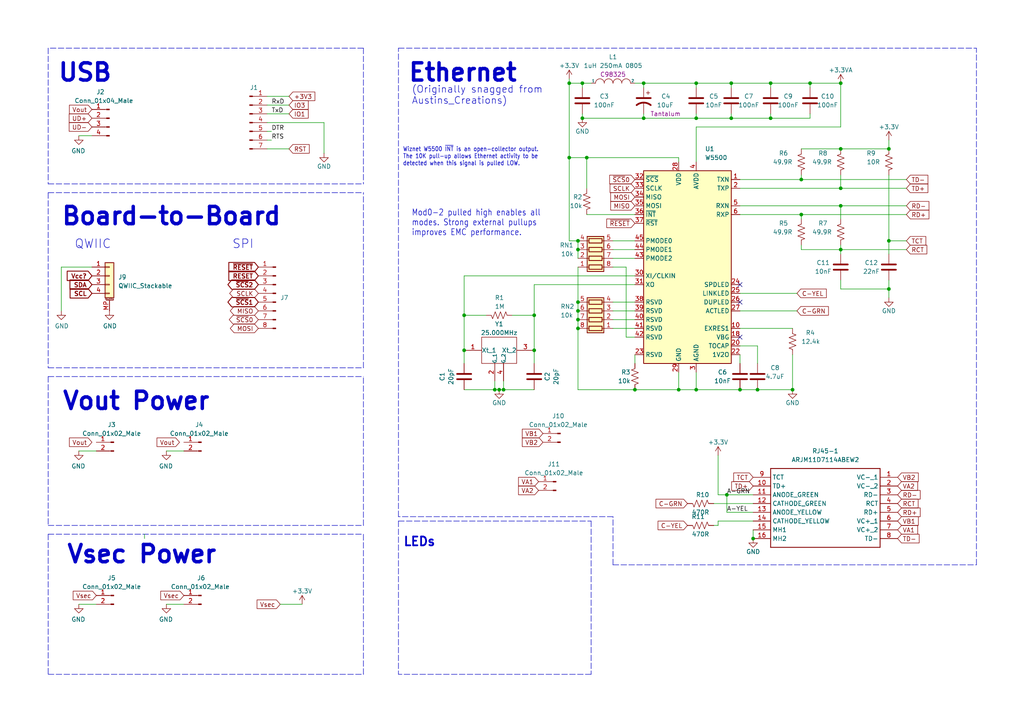
<source format=kicad_sch>
(kicad_sch (version 20211123) (generator eeschema)
  (paper "A4")
  (title_block (title "Ethernet") (rev "0.1.0") (company "The Nerd Mage") (comment 2 "With help from Austins_Creations"))
  (lib_symbols
    (symbol "0-TINKER Customs:ABM8-26.000MHz-20-D1X-T" (pin_names (offset 0.002))
      (property "Reference" "Y2" (at 0 8.255 0))
      (property "Value" "ABM8-26.000MHz-20-D1X-T" (at 0 6.35 0))
      (symbol "ABM8-26.000MHz-20-D1X-T_0_0"
        (pin passive line (at -10.16 0 0) (length 5.08) (name "Xt_1") (number "1"))
        (pin passive line (at -1.27 -8.89 90) (length 5.08) (name "G_1") (number "2"))
        (pin passive line (at 10.16 0 180) (length 5.08) (name "Xt_2") (number "3"))
        (pin passive line (at 1.27 -8.89 90) (length 5.08) (name "G_2") (number "4"))
      )
      (symbol "ABM8-26.000MHz-20-D1X-T_0_1"
        (polyline (pts (xy -5.08 3.81) (xy 5.08 3.81) (xy 5.08 -3.81) (xy -5.08 -3.81) (xy -5.08 3.81)) (stroke (width 0.1524)))
      )
    )
    (symbol "ARJM11D7-114-AB-EW2_ABR:ARJM11D7114ABEW2"
      (property "Reference" "RJ45-1" (at 0.635 16.51 0))
      (property "Value" "ARJM11D7114ABEW2" (at 0.635 13.97 0))
      (symbol "ARJM11D7114ABEW2_1_0"
        (polyline (pts (xy -16.51 11.43) (xy -16.51 -11.43)) (stroke (width 0.254)))
        (polyline (pts (xy -16.51 11.43) (xy 15.24 11.43)) (stroke (width 0.254)))
        (polyline (pts (xy 15.24 -11.43) (xy -16.51 -11.43)) (stroke (width 0.254)))
        (polyline (pts (xy 15.24 -11.43) (xy 15.24 11.43)) (stroke (width 0.254)))
        (pin bidirectional line (at -21.59 8.89 0) (length 5.08) (name "VC-_1") (number "1"))
        (pin bidirectional line (at 20.32 6.35 180) (length 5.08) (name "TD+") (number "10"))
        (pin bidirectional line (at 20.32 3.81 180) (length 5.08) (name "ANODE_GREEN") (number "11"))
        (pin bidirectional line (at 20.32 1.27 180) (length 5.08) (name "CATHODE_GREEN") (number "12"))
        (pin bidirectional line (at 20.32 -1.27 180) (length 5.08) (name "ANODE_YELLOW") (number "13"))
        (pin bidirectional line (at 20.32 -3.81 180) (length 5.08) (name "CATHODE_YELLOW") (number "14"))
        (pin bidirectional line (at 20.32 -6.35 180) (length 5.08) (name "MH1") (number "15"))
        (pin bidirectional line (at 20.32 -8.89 180) (length 5.08) (name "MH2") (number "16"))
        (pin bidirectional line (at -21.59 6.35 0) (length 5.08) (name "VC-_2") (number "2"))
        (pin bidirectional line (at -21.59 3.81 0) (length 5.08) (name "RD-") (number "3"))
        (pin bidirectional line (at -21.59 1.27 0) (length 5.08) (name "RCT") (number "4"))
        (pin bidirectional line (at -21.59 -1.27 0) (length 5.08) (name "RD+") (number "5"))
        (pin bidirectional line (at -21.59 -3.81 0) (length 5.08) (name "VC+_1") (number "6"))
        (pin bidirectional line (at -21.59 -6.35 0) (length 5.08) (name "VC+_2") (number "7"))
        (pin bidirectional line (at -21.59 -8.89 0) (length 5.08) (name "TD-") (number "8"))
        (pin bidirectional line (at 20.32 8.89 180) (length 5.08) (name "TCT") (number "9"))
      )
    )
    (symbol "Connector:Conn_01x02_Male" (pin_names (offset 1.016) hide)
      (property "Reference" "J" (at 0 2.54 0))
      (property "Value" "Conn_01x02_Male" (at 0 -5.08 0))
      (symbol "Conn_01x02_Male_1_1"
        (polyline (pts (xy 1.27 -2.54) (xy 0.8636 -2.54)) (stroke (width 0.1524)))
        (polyline (pts (xy 1.27 0) (xy 0.8636 0)) (stroke (width 0.1524)))
        (rectangle (start 0.8636 -2.413) (end 0 -2.667) (stroke (width 0.1524)) (fill (type outline)))
        (rectangle (start 0.8636 0.127) (end 0 -0.127) (stroke (width 0.1524)) (fill (type outline)))
        (pin passive line (at 5.08 0 180) (length 3.81) (name "Pin_1") (number "1"))
        (pin passive line (at 5.08 -2.54 180) (length 3.81) (name "Pin_2") (number "2"))
      )
    )
    (symbol "Connector:Conn_01x04_Male" (pin_names (offset 1.016) hide)
      (property "Reference" "J" (at 0 5.08 0))
      (property "Value" "Conn_01x04_Male" (at 0 -7.62 0))
      (symbol "Conn_01x04_Male_1_1"
        (polyline (pts (xy 1.27 -5.08) (xy 0.8636 -5.08)) (stroke (width 0.1524)))
        (polyline (pts (xy 1.27 -2.54) (xy 0.8636 -2.54)) (stroke (width 0.1524)))
        (polyline (pts (xy 1.27 0) (xy 0.8636 0)) (stroke (width 0.1524)))
        (polyline (pts (xy 1.27 2.54) (xy 0.8636 2.54)) (stroke (width 0.1524)))
        (rectangle (start 0.8636 -4.953) (end 0 -5.207) (stroke (width 0.1524)) (fill (type outline)))
        (rectangle (start 0.8636 -2.413) (end 0 -2.667) (stroke (width 0.1524)) (fill (type outline)))
        (rectangle (start 0.8636 0.127) (end 0 -0.127) (stroke (width 0.1524)) (fill (type outline)))
        (rectangle (start 0.8636 2.667) (end 0 2.413) (stroke (width 0.1524)) (fill (type outline)))
        (pin passive line (at 5.08 2.54 180) (length 3.81) (name "Pin_1") (number "1"))
        (pin passive line (at 5.08 0 180) (length 3.81) (name "Pin_2") (number "2"))
        (pin passive line (at 5.08 -2.54 180) (length 3.81) (name "Pin_3") (number "3"))
        (pin passive line (at 5.08 -5.08 180) (length 3.81) (name "Pin_4") (number "4"))
      )
    )
    (symbol "Connector:Conn_01x07_Male" (pin_names (offset 1.016) hide)
      (property "Reference" "J" (at 0 10.16 0))
      (property "Value" "Conn_01x07_Male" (at 0 -10.16 0))
      (symbol "Conn_01x07_Male_1_1"
        (polyline (pts (xy 1.27 -7.62) (xy 0.8636 -7.62)) (stroke (width 0.1524)))
        (polyline (pts (xy 1.27 -5.08) (xy 0.8636 -5.08)) (stroke (width 0.1524)))
        (polyline (pts (xy 1.27 -2.54) (xy 0.8636 -2.54)) (stroke (width 0.1524)))
        (polyline (pts (xy 1.27 0) (xy 0.8636 0)) (stroke (width 0.1524)))
        (polyline (pts (xy 1.27 2.54) (xy 0.8636 2.54)) (stroke (width 0.1524)))
        (polyline (pts (xy 1.27 5.08) (xy 0.8636 5.08)) (stroke (width 0.1524)))
        (polyline (pts (xy 1.27 7.62) (xy 0.8636 7.62)) (stroke (width 0.1524)))
        (rectangle (start 0.8636 -7.493) (end 0 -7.747) (stroke (width 0.1524)) (fill (type outline)))
        (rectangle (start 0.8636 -4.953) (end 0 -5.207) (stroke (width 0.1524)) (fill (type outline)))
        (rectangle (start 0.8636 -2.413) (end 0 -2.667) (stroke (width 0.1524)) (fill (type outline)))
        (rectangle (start 0.8636 0.127) (end 0 -0.127) (stroke (width 0.1524)) (fill (type outline)))
        (rectangle (start 0.8636 2.667) (end 0 2.413) (stroke (width 0.1524)) (fill (type outline)))
        (rectangle (start 0.8636 5.207) (end 0 4.953) (stroke (width 0.1524)) (fill (type outline)))
        (rectangle (start 0.8636 7.747) (end 0 7.493) (stroke (width 0.1524)) (fill (type outline)))
        (pin passive line (at 5.08 7.62 180) (length 3.81) (name "Pin_1") (number "1"))
        (pin passive line (at 5.08 5.08 180) (length 3.81) (name "Pin_2") (number "2"))
        (pin passive line (at 5.08 2.54 180) (length 3.81) (name "Pin_3") (number "3"))
        (pin passive line (at 5.08 0 180) (length 3.81) (name "Pin_4") (number "4"))
        (pin passive line (at 5.08 -2.54 180) (length 3.81) (name "Pin_5") (number "5"))
        (pin passive line (at 5.08 -5.08 180) (length 3.81) (name "Pin_6") (number "6"))
        (pin passive line (at 5.08 -7.62 180) (length 3.81) (name "Pin_7") (number "7"))
      )
    )
    (symbol "Connector:Conn_01x08_Male" (pin_names (offset 1.016) hide)
      (property "Reference" "J" (at 0 10.16 0))
      (property "Value" "Conn_01x08_Male" (at 0 -12.7 0))
      (symbol "Conn_01x08_Male_1_1"
        (polyline (pts (xy 1.27 -10.16) (xy 0.8636 -10.16)) (stroke (width 0.1524)))
        (polyline (pts (xy 1.27 -7.62) (xy 0.8636 -7.62)) (stroke (width 0.1524)))
        (polyline (pts (xy 1.27 -5.08) (xy 0.8636 -5.08)) (stroke (width 0.1524)))
        (polyline (pts (xy 1.27 -2.54) (xy 0.8636 -2.54)) (stroke (width 0.1524)))
        (polyline (pts (xy 1.27 0) (xy 0.8636 0)) (stroke (width 0.1524)))
        (polyline (pts (xy 1.27 2.54) (xy 0.8636 2.54)) (stroke (width 0.1524)))
        (polyline (pts (xy 1.27 5.08) (xy 0.8636 5.08)) (stroke (width 0.1524)))
        (polyline (pts (xy 1.27 7.62) (xy 0.8636 7.62)) (stroke (width 0.1524)))
        (rectangle (start 0.8636 -10.033) (end 0 -10.287) (stroke (width 0.1524)) (fill (type outline)))
        (rectangle (start 0.8636 -7.493) (end 0 -7.747) (stroke (width 0.1524)) (fill (type outline)))
        (rectangle (start 0.8636 -4.953) (end 0 -5.207) (stroke (width 0.1524)) (fill (type outline)))
        (rectangle (start 0.8636 -2.413) (end 0 -2.667) (stroke (width 0.1524)) (fill (type outline)))
        (rectangle (start 0.8636 0.127) (end 0 -0.127) (stroke (width 0.1524)) (fill (type outline)))
        (rectangle (start 0.8636 2.667) (end 0 2.413) (stroke (width 0.1524)) (fill (type outline)))
        (rectangle (start 0.8636 5.207) (end 0 4.953) (stroke (width 0.1524)) (fill (type outline)))
        (rectangle (start 0.8636 7.747) (end 0 7.493) (stroke (width 0.1524)) (fill (type outline)))
        (pin passive line (at 5.08 7.62 180) (length 3.81) (name "Pin_1") (number "1"))
        (pin passive line (at 5.08 5.08 180) (length 3.81) (name "Pin_2") (number "2"))
        (pin passive line (at 5.08 2.54 180) (length 3.81) (name "Pin_3") (number "3"))
        (pin passive line (at 5.08 0 180) (length 3.81) (name "Pin_4") (number "4"))
        (pin passive line (at 5.08 -2.54 180) (length 3.81) (name "Pin_5") (number "5"))
        (pin passive line (at 5.08 -5.08 180) (length 3.81) (name "Pin_6") (number "6"))
        (pin passive line (at 5.08 -7.62 180) (length 3.81) (name "Pin_7") (number "7"))
        (pin passive line (at 5.08 -10.16 180) (length 3.81) (name "Pin_8") (number "8"))
      )
    )
    (symbol "Connector_QWIIC_Stackable:QWIIC_Stackable" (pin_names (offset 1.016) hide)
      (property "Reference" "J" (at 0 5.08 0))
      (property "Value" "QWIIC_Stackable" (at 1.27 -7.62 0))
      (symbol "QWIIC_Stackable_1_1"
        (rectangle (start -1.27 -4.953) (end 0 -5.207) (stroke (width 0.1524)))
        (rectangle (start -1.27 -2.413) (end 0 -2.667) (stroke (width 0.1524)))
        (rectangle (start -1.27 0.127) (end 0 -0.127) (stroke (width 0.1524)))
        (rectangle (start -1.27 2.667) (end 0 2.413) (stroke (width 0.1524)))
        (rectangle (start -1.27 3.81) (end 1.27 -6.35) (stroke (width 0.254)) (fill (type background)))
        (polyline (pts (xy -1.016 -7.112) (xy 1.016 -7.112)) (stroke (width 0.1524)))
        (text "Mounting" (at 0 -6.731 0) (effects (font (size 0.381 0.381))))
        (pin passive line (at -5.08 2.54 0) (length 3.81) (name "Pin_1") (number "1"))
        (pin passive line (at -5.08 0 0) (length 3.81) (name "Pin_2") (number "2"))
        (pin passive line (at -5.08 -2.54 0) (length 3.81) (name "Pin_3") (number "3"))
        (pin passive line (at -5.08 -5.08 0) (length 3.81) (name "Pin_4") (number "4"))
        (pin passive line (at 0 -10.16 90) (length 3.048) (name "MountPin") (number "MP"))
      )
    )
    (symbol "Device:C" (pin_numbers hide) (pin_names (offset 0.254))
      (property "Reference" "C" (at 0.635 2.54 0))
      (property "Value" "C" (at 0.635 -2.54 0))
      (symbol "C_0_1"
        (polyline (pts (xy -2.032 -0.762) (xy 2.032 -0.762)) (stroke (width 0.508)))
        (polyline (pts (xy -2.032 0.762) (xy 2.032 0.762)) (stroke (width 0.508)))
      )
      (symbol "C_1_1"
        (pin passive line (at 0 3.81 270) (length 2.794) (name "~") (number "1"))
        (pin passive line (at 0 -3.81 90) (length 2.794) (name "~") (number "2"))
      )
    )
    (symbol "Device:C_Polarized_US" (pin_numbers hide) (pin_names (offset 0.254) hide)
      (property "Reference" "C" (at 0.635 2.54 0))
      (property "Value" "C_Polarized_US" (at 0.635 -2.54 0))
      (symbol "C_Polarized_US_0_1"
        (polyline (pts (xy -2.032 0.762) (xy 2.032 0.762)) (stroke (width 0.508)))
        (polyline (pts (xy -1.778 2.286) (xy -0.762 2.286)))
        (polyline (pts (xy -1.27 1.778) (xy -1.27 2.794)))
        (arc (start 2.032 -1.27) (mid 0 -0.5572) (end -2.032 -1.27) (stroke (width 0.508)))
      )
      (symbol "C_Polarized_US_1_1"
        (pin passive line (at 0 3.81 270) (length 2.794) (name "~") (number "1"))
        (pin passive line (at 0 -3.81 90) (length 3.302) (name "~") (number "2"))
      )
    )
    (symbol "Device:R_Pack04" (pin_names (offset 0) hide)
      (property "Reference" "RN" (at -7.62 0 90))
      (property "Value" "R_Pack04" (at 5.08 0 90))
      (symbol "R_Pack04_0_1"
        (rectangle (start -6.35 -2.413) (end 3.81 2.413) (stroke (width 0.254)) (fill (type background)))
        (rectangle (start -5.715 1.905) (end -4.445 -1.905) (stroke (width 0.254)))
        (rectangle (start -3.175 1.905) (end -1.905 -1.905) (stroke (width 0.254)))
        (rectangle (start -0.635 1.905) (end 0.635 -1.905) (stroke (width 0.254)))
        (polyline (pts (xy -5.08 -2.54) (xy -5.08 -1.905)))
        (polyline (pts (xy -5.08 1.905) (xy -5.08 2.54)))
        (polyline (pts (xy -2.54 -2.54) (xy -2.54 -1.905)))
        (polyline (pts (xy -2.54 1.905) (xy -2.54 2.54)))
        (polyline (pts (xy 0 -2.54) (xy 0 -1.905)))
        (polyline (pts (xy 0 1.905) (xy 0 2.54)))
        (polyline (pts (xy 2.54 -2.54) (xy 2.54 -1.905)))
        (polyline (pts (xy 2.54 1.905) (xy 2.54 2.54)))
        (rectangle (start 1.905 1.905) (end 3.175 -1.905) (stroke (width 0.254)))
      )
      (symbol "R_Pack04_1_1"
        (pin passive line (at -5.08 -5.08 90) (length 2.54) (name "R1.1") (number "1"))
        (pin passive line (at -2.54 -5.08 90) (length 2.54) (name "R2.1") (number "2"))
        (pin passive line (at 0 -5.08 90) (length 2.54) (name "R3.1") (number "3"))
        (pin passive line (at 2.54 -5.08 90) (length 2.54) (name "R4.1") (number "4"))
        (pin passive line (at 2.54 5.08 270) (length 2.54) (name "R4.2") (number "5"))
        (pin passive line (at 0 5.08 270) (length 2.54) (name "R3.2") (number "6"))
        (pin passive line (at -2.54 5.08 270) (length 2.54) (name "R2.2") (number "7"))
        (pin passive line (at -5.08 5.08 270) (length 2.54) (name "R1.2") (number "8"))
      )
    )
    (symbol "Device:R_US" (pin_numbers hide) (pin_names (offset 0))
      (property "Reference" "R" (at 2.54 0 90))
      (property "Value" "R_US" (at -2.54 0 90))
      (symbol "R_US_0_1"
        (polyline (pts (xy 0 -2.286) (xy 0 -2.54)))
        (polyline (pts (xy 0 2.286) (xy 0 2.54)))
        (polyline (pts (xy 0 -0.762) (xy 1.016 -1.143) (xy 0 -1.524) (xy -1.016 -1.905) (xy 0 -2.286)))
        (polyline (pts (xy 0 0.762) (xy 1.016 0.381) (xy 0 0) (xy -1.016 -0.381) (xy 0 -0.762)))
        (polyline (pts (xy 0 2.286) (xy 1.016 1.905) (xy 0 1.524) (xy -1.016 1.143) (xy 0 0.762)))
      )
      (symbol "R_US_1_1"
        (pin passive line (at 0 3.81 270) (length 1.27) (name "~") (number "1"))
        (pin passive line (at 0 -3.81 90) (length 1.27) (name "~") (number "2"))
      )
    )
    (symbol "Interface_Ethernet:W5500"
      (property "Reference" "U" (at -11.43 29.21 0))
      (property "Value" "W5500" (at 8.89 29.21 0))
      (symbol "W5500_0_1"
        (rectangle (start -12.7 27.94) (end 12.7 -27.94) (stroke (width 0.254)) (fill (type background)))
      )
      (symbol "W5500_1_1"
        (pin output line (at 15.24 25.4 180) (length 2.54) (name "TXN") (number "1"))
        (pin passive line (at 15.24 -17.78 180) (length 2.54) (name "EXRES1") (number "10"))
        (pin passive line (at 2.54 30.48 270) (length 2.54) hide (name "AVDD") (number "11"))
        (pin no_connect line (at 12.7 7.62 180) (length 2.54) hide (name "NC") (number "12"))
        (pin no_connect line (at 12.7 5.08 180) (length 2.54) hide (name "NC") (number "13"))
        (pin passive line (at 2.54 -30.48 90) (length 2.54) hide (name "AGND") (number "14"))
        (pin passive line (at 2.54 30.48 270) (length 2.54) hide (name "AVDD") (number "15"))
        (pin passive line (at 2.54 -30.48 90) (length 2.54) hide (name "AGND") (number "16"))
        (pin passive line (at 2.54 30.48 270) (length 2.54) hide (name "AVDD") (number "17"))
        (pin passive line (at 15.24 -20.32 180) (length 2.54) (name "VBG") (number "18"))
        (pin passive line (at 2.54 -30.48 90) (length 2.54) hide (name "AGND") (number "19"))
        (pin output line (at 15.24 22.86 180) (length 2.54) (name "TXP") (number "2"))
        (pin passive line (at 15.24 -22.86 180) (length 2.54) (name "TOCAP") (number "20"))
        (pin passive line (at 2.54 30.48 270) (length 2.54) hide (name "AVDD") (number "21"))
        (pin output line (at 15.24 -25.4 180) (length 2.54) (name "1V2O") (number "22"))
        (pin input line (at -15.24 -25.4 0) (length 2.54) (name "RSVD") (number "23"))
        (pin output line (at 15.24 -5.08 180) (length 2.54) (name "SPDLED") (number "24"))
        (pin output line (at 15.24 -7.62 180) (length 2.54) (name "LINKLED") (number "25"))
        (pin output line (at 15.24 -10.16 180) (length 2.54) (name "DUPLED") (number "26"))
        (pin output line (at 15.24 -12.7 180) (length 2.54) (name "ACTLED") (number "27"))
        (pin power_in line (at -2.54 30.48 270) (length 2.54) (name "VDD") (number "28"))
        (pin power_in line (at -2.54 -30.48 90) (length 2.54) (name "GND") (number "29"))
        (pin power_in line (at 2.54 -30.48 90) (length 2.54) (name "AGND") (number "3"))
        (pin input line (at -15.24 -2.54 0) (length 2.54) (name "XI/CLKIN") (number "30"))
        (pin output line (at -15.24 -5.08 0) (length 2.54) (name "XO") (number "31"))
        (pin input line (at -15.24 25.4 0) (length 2.54) (name "~{SCS}") (number "32"))
        (pin input line (at -15.24 22.86 0) (length 2.54) (name "SCLK") (number "33"))
        (pin output line (at -15.24 20.32 0) (length 2.54) (name "MISO") (number "34"))
        (pin input line (at -15.24 17.78 0) (length 2.54) (name "MOSI") (number "35"))
        (pin input line (at -15.24 15.24 0) (length 2.54) (name "~{INT}") (number "36"))
        (pin input line (at -15.24 12.7 0) (length 2.54) (name "~{RST}") (number "37"))
        (pin input line (at -15.24 -10.16 0) (length 2.54) (name "RSVD") (number "38"))
        (pin input line (at -15.24 -12.7 0) (length 2.54) (name "RSVD") (number "39"))
        (pin power_in line (at 2.54 30.48 270) (length 2.54) (name "AVDD") (number "4"))
        (pin input line (at -15.24 -15.24 0) (length 2.54) (name "RSVD") (number "40"))
        (pin input line (at -15.24 -17.78 0) (length 2.54) (name "RSVD") (number "41"))
        (pin input line (at -15.24 -20.32 0) (length 2.54) (name "RSVD") (number "42"))
        (pin input line (at -15.24 2.54 0) (length 2.54) (name "PMODE2") (number "43"))
        (pin input line (at -15.24 5.08 0) (length 2.54) (name "PMODE1") (number "44"))
        (pin input line (at -15.24 7.62 0) (length 2.54) (name "PMODE0") (number "45"))
        (pin no_connect line (at 12.7 2.54 180) (length 2.54) hide (name "NC") (number "46"))
        (pin no_connect line (at 12.7 0 180) (length 2.54) hide (name "NC") (number "47"))
        (pin passive line (at 2.54 -30.48 90) (length 2.54) hide (name "AGND") (number "48"))
        (pin input line (at 15.24 17.78 180) (length 2.54) (name "RXN") (number "5"))
        (pin input line (at 15.24 15.24 180) (length 2.54) (name "RXP") (number "6"))
        (pin no_connect line (at 12.7 10.16 180) (length 2.54) hide (name "DNC") (number "7"))
        (pin passive line (at 2.54 30.48 270) (length 2.54) hide (name "AVDD") (number "8"))
        (pin passive line (at 2.54 -30.48 90) (length 2.54) hide (name "AGND") (number "9"))
      )
    )
    (symbol "power:+3.3V" (power) (pin_names (offset 0))
      (property "Value" "+3.3V" (at 0 3.556 0))
      (symbol "+3.3V_0_1"
        (polyline (pts (xy -0.762 1.27) (xy 0 2.54)))
        (polyline (pts (xy 0 0) (xy 0 2.54)))
        (polyline (pts (xy 0 2.54) (xy 0.762 1.27)))
      )
      (symbol "+3.3V_1_1"
        (pin power_in line (at 0 0 90) (length 0) hide (name "+3.3V") (number "1"))
      )
    )
    (symbol "power:+3.3VA" (power) (pin_names (offset 0))
      (property "Value" "+3.3VA" (at 0 3.556 0))
      (symbol "+3.3VA_0_1"
        (polyline (pts (xy -0.762 1.27) (xy 0 2.54)))
        (polyline (pts (xy 0 0) (xy 0 2.54)))
        (polyline (pts (xy 0 2.54) (xy 0.762 1.27)))
      )
      (symbol "+3.3VA_1_1"
        (pin power_in line (at 0 0 90) (length 0) hide (name "+3.3VA") (number "1"))
      )
    )
    (symbol "power:GND" (power) (pin_names (offset 0))
      (property "Value" "GND" (at 0 -3.81 0))
      (symbol "GND_0_1"
        (polyline (pts (xy 0 0) (xy 0 -1.27) (xy 1.27 -1.27) (xy 0 -2.54) (xy -1.27 -1.27) (xy 0 -1.27)))
      )
      (symbol "GND_1_1"
        (pin power_in line (at 0 0 270) (length 0) hide (name "GND") (number "1"))
      )
    )
    (symbol "pspice:INDUCTOR" (pin_numbers hide) (pin_names (offset 0))
      (property "Reference" "L" (at 0 2.54 0))
      (property "Value" "INDUCTOR" (at 0 -1.27 0))
      (symbol "INDUCTOR_0_1"
        (arc (start -2.54 0) (mid -3.81 1.27) (end -5.08 0))
        (arc (start 0 0) (mid -1.27 1.27) (end -2.54 0))
        (arc (start 2.54 0) (mid 1.27 1.27) (end 0 0))
        (arc (start 5.08 0) (mid 3.81 1.27) (end 2.54 0))
      )
      (symbol "INDUCTOR_1_1"
        (pin input line (at -6.35 0 0) (length 1.27) (name "1") (number "1"))
        (pin input line (at 6.35 0 180) (length 1.27) (name "2") (number "2"))
      )
    )
  )
  (junction (at 212.09 24.13))
  (junction (at 134.62 101.6))
  (junction (at 168.91 34.29))
  (junction (at 219.71 113.03))
  (junction (at 257.81 43.18))
  (junction (at 232.41 52.07))
  (junction (at 257.81 69.85))
  (junction (at 165.1 24.13))
  (junction (at 243.84 24.13))
  (junction (at 243.84 43.18))
  (junction (at 201.93 113.03))
  (junction (at 229.87 113.03))
  (junction (at 167.64 90.17))
  (junction (at 170.18 45.72))
  (junction (at 234.95 24.13))
  (junction (at 243.84 72.39))
  (junction (at 165.1 45.72))
  (junction (at 167.64 69.85))
  (junction (at 243.84 54.61))
  (junction (at 201.93 34.29))
  (junction (at 201.93 24.13))
  (junction (at 154.94 101.6))
  (junction (at 184.15 113.03))
  (junction (at 186.69 34.29))
  (junction (at 186.69 24.13))
  (junction (at 167.64 92.71))
  (junction (at 232.41 62.23))
  (junction (at 218.44 156.21))
  (junction (at 143.51 113.03))
  (junction (at 167.64 87.63))
  (junction (at 167.64 72.39))
  (junction (at 144.78 113.03))
  (junction (at 154.94 91.44))
  (junction (at 212.09 34.29))
  (junction (at 223.52 24.13))
  (junction (at 167.64 95.25))
  (junction (at 210.82 143.51))
  (junction (at 214.63 113.03))
  (junction (at 243.84 59.69))
  (junction (at 223.52 34.29))
  (junction (at 134.62 91.44))
  (junction (at 168.91 24.13))
  (junction (at 257.81 83.82))
  (junction (at 196.85 113.03))
  (junction (at 146.05 113.03))
  (no_connect (at 214.63 87.63))
  (no_connect (at 214.63 97.79))
  (no_connect (at 214.63 82.55))
  (wire (pts (xy 243.84 72.39) (xy 262.89 72.39)))
  (wire (pts (xy 243.84 59.69) (xy 262.89 59.69)))
  (wire (pts (xy 257.81 83.82) (xy 257.81 86.36)))
  (wire (pts (xy 134.62 80.01) (xy 134.62 91.44)))
  (wire (pts (xy 146.05 110.49) (xy 146.05 113.03)))
  (wire (pts (xy 218.44 148.59) (xy 210.82 148.59)))
  (polyline (pts (xy 303.53 15.24) (xy 303.53 20.32)))
  (polyline (pts (xy 115.57 151.13) (xy 171.45 151.13)))
  (polyline (pts (xy 105.41 13.97) (xy 105.41 53.34)))
  (wire (pts (xy 77.47 27.94) (xy 83.82 27.94)))
  (wire (pts (xy 134.62 113.03) (xy 143.51 113.03)))
  (wire (pts (xy 243.84 43.18) (xy 257.81 43.18)))
  (wire (pts (xy 234.95 24.13) (xy 223.52 24.13)))
  (wire (pts (xy 208.28 152.4) (xy 208.28 151.13)))
  (wire (pts (xy 208.28 132.08) (xy 208.28 143.51)))
  (wire (pts (xy 184.15 80.01) (xy 134.62 80.01)))
  (polyline (pts (xy 105.41 13.97) (xy 13.97 13.97)))
  (wire (pts (xy 243.84 83.82) (xy 243.84 81.28)))
  (polyline (pts (xy 13.97 152.4) (xy 105.41 152.4)))
  (wire (pts (xy 177.8 90.17) (xy 184.15 90.17)))
  (wire (pts (xy 223.52 33.02) (xy 223.52 34.29)))
  (polyline (pts (xy 115.57 151.13) (xy 115.57 195.58)))
  (wire (pts (xy 223.52 34.29) (xy 212.09 34.29)))
  (wire (pts (xy 232.41 62.23) (xy 262.89 62.23)))
  (wire (pts (xy 134.62 101.6) (xy 134.62 105.41)))
  (wire (pts (xy 186.69 34.29) (xy 201.93 34.29)))
  (wire (pts (xy 177.8 72.39) (xy 184.15 72.39)))
  (polyline (pts (xy 13.97 55.88) (xy 105.41 55.88)))
  (polyline (pts (xy 105.41 152.4) (xy 105.41 109.22)))
  (wire (pts (xy 243.84 71.12) (xy 243.84 72.39)))
  (wire (pts (xy 186.69 24.13) (xy 201.93 24.13)))
  (wire (pts (xy 186.69 24.13) (xy 186.69 25.4)))
  (wire (pts (xy 167.64 87.63) (xy 167.64 90.17)))
  (wire (pts (xy 171.45 24.13) (xy 168.91 24.13)))
  (wire (pts (xy 77.47 33.02) (xy 83.82 33.02)))
  (wire (pts (xy 26.67 77.47) (xy 17.78 77.47)))
  (wire (pts (xy 214.63 62.23) (xy 232.41 62.23)))
  (wire (pts (xy 234.95 33.02) (xy 234.95 34.29)))
  (wire (pts (xy 184.15 97.79) (xy 181.61 97.79)))
  (wire (pts (xy 196.85 107.95) (xy 196.85 113.03)))
  (polyline (pts (xy 13.97 154.94) (xy 105.41 154.94)))
  (wire (pts (xy 214.63 85.09) (xy 231.14 85.09)))
  (wire (pts (xy 229.87 102.87) (xy 229.87 113.03)))
  (wire (pts (xy 257.81 40.64) (xy 257.81 43.18)))
  (wire (pts (xy 167.64 69.85) (xy 167.64 72.39)))
  (wire (pts (xy 257.81 69.85) (xy 257.81 50.8)))
  (wire (pts (xy 177.8 69.85) (xy 184.15 69.85)))
  (wire (pts (xy 243.84 50.8) (xy 243.84 54.61)))
  (wire (pts (xy 257.81 83.82) (xy 243.84 83.82)))
  (wire (pts (xy 184.15 82.55) (xy 154.94 82.55)))
  (wire (pts (xy 201.93 36.83) (xy 243.84 36.83)))
  (polyline (pts (xy 13.97 109.22) (xy 13.97 152.4)))
  (wire (pts (xy 257.81 69.85) (xy 262.89 69.85)))
  (wire (pts (xy 232.41 72.39) (xy 243.84 72.39)))
  (wire (pts (xy 214.63 52.07) (xy 232.41 52.07)))
  (wire (pts (xy 219.71 113.03) (xy 229.87 113.03)))
  (wire (pts (xy 243.84 72.39) (xy 243.84 73.66)))
  (wire (pts (xy 168.91 24.13) (xy 168.91 25.4)))
  (polyline (pts (xy 171.45 195.58) (xy 115.57 195.58)))
  (wire (pts (xy 165.1 45.72) (xy 165.1 69.85)))
  (wire (pts (xy 177.8 95.25) (xy 184.15 95.25)))
  (wire (pts (xy 196.85 113.03) (xy 201.93 113.03)))
  (wire (pts (xy 212.09 33.02) (xy 212.09 34.29)))
  (wire (pts (xy 223.52 25.4) (xy 223.52 24.13)))
  (wire (pts (xy 207.01 152.4) (xy 208.28 152.4)))
  (polyline (pts (xy 13.97 195.58) (xy 105.41 195.58)))
  (wire (pts (xy 168.91 33.02) (xy 168.91 34.29)))
  (wire (pts (xy 26.67 39.37) (xy 22.86 39.37)))
  (wire (pts (xy 218.44 153.67) (xy 218.44 156.21)))
  (wire (pts (xy 170.18 45.72) (xy 196.85 45.72)))
  (polyline (pts (xy 13.97 53.34) (xy 105.41 53.34)))
  (wire (pts (xy 243.84 54.61) (xy 262.89 54.61)))
  (polyline (pts (xy 115.57 149.86) (xy 115.57 13.97)))
  (polyline (pts (xy 105.41 195.58) (xy 105.41 154.94)))
  (wire (pts (xy 184.15 24.13) (xy 186.69 24.13)))
  (polyline (pts (xy 13.97 154.94) (xy 13.97 195.58)))
  (wire (pts (xy 207.01 146.05) (xy 218.44 146.05)))
  (wire (pts (xy 232.41 62.23) (xy 232.41 63.5)))
  (wire (pts (xy 232.41 52.07) (xy 262.89 52.07)))
  (wire (pts (xy 77.47 43.18) (xy 83.82 43.18)))
  (wire (pts (xy 201.93 33.02) (xy 201.93 34.29)))
  (polyline (pts (xy 115.57 13.97) (xy 283.21 13.97)))
  (polyline (pts (xy 177.8 149.86) (xy 115.57 149.86)))
  (polyline (pts (xy 13.97 13.97) (xy 13.97 53.34)))
  (wire (pts (xy 196.85 45.72) (xy 196.85 46.99)))
  (wire (pts (xy 210.82 143.51) (xy 208.28 143.51)))
  (wire (pts (xy 93.98 35.56) (xy 77.47 35.56)))
  (wire (pts (xy 48.26 130.81) (xy 53.34 130.81)))
  (wire (pts (xy 243.84 59.69) (xy 243.84 63.5)))
  (wire (pts (xy 257.81 81.28) (xy 257.81 83.82)))
  (wire (pts (xy 22.86 130.81) (xy 27.94 130.81)))
  (wire (pts (xy 77.47 40.64) (xy 78.74 40.64)))
  (polyline (pts (xy 177.8 163.83) (xy 177.8 149.86)))
  (wire (pts (xy 201.93 113.03) (xy 201.93 107.95)))
  (wire (pts (xy 170.18 62.23) (xy 184.15 62.23)))
  (wire (pts (xy 77.47 30.48) (xy 83.82 30.48)))
  (wire (pts (xy 234.95 25.4) (xy 234.95 24.13)))
  (wire (pts (xy 41.91 156.21) (xy 41.91 154.94)))
  (wire (pts (xy 212.09 24.13) (xy 201.93 24.13)))
  (wire (pts (xy 134.62 91.44) (xy 134.62 101.6)))
  (wire (pts (xy 201.93 25.4) (xy 201.93 24.13)))
  (wire (pts (xy 146.05 113.03) (xy 154.94 113.03)))
  (wire (pts (xy 214.63 59.69) (xy 243.84 59.69)))
  (wire (pts (xy 214.63 100.33) (xy 219.71 100.33)))
  (wire (pts (xy 165.1 45.72) (xy 170.18 45.72)))
  (polyline (pts (xy 13.97 106.68) (xy 105.41 106.68)))
  (wire (pts (xy 232.41 50.8) (xy 232.41 52.07)))
  (wire (pts (xy 219.71 100.33) (xy 219.71 105.41)))
  (wire (pts (xy 214.63 90.17) (xy 231.14 90.17)))
  (wire (pts (xy 154.94 82.55) (xy 154.94 91.44)))
  (wire (pts (xy 214.63 95.25) (xy 229.87 95.25)))
  (wire (pts (xy 48.26 175.26) (xy 53.34 175.26)))
  (wire (pts (xy 214.63 54.61) (xy 243.84 54.61)))
  (wire (pts (xy 165.1 24.13) (xy 165.1 45.72)))
  (wire (pts (xy 143.51 113.03) (xy 144.78 113.03)))
  (wire (pts (xy 144.78 113.03) (xy 146.05 113.03)))
  (wire (pts (xy 165.1 69.85) (xy 167.64 69.85)))
  (wire (pts (xy 177.8 74.93) (xy 184.15 74.93)))
  (wire (pts (xy 167.64 77.47) (xy 167.64 87.63)))
  (wire (pts (xy 167.64 113.03) (xy 184.15 113.03)))
  (wire (pts (xy 223.52 24.13) (xy 212.09 24.13)))
  (wire (pts (xy 167.64 90.17) (xy 167.64 92.71)))
  (wire (pts (xy 167.64 95.25) (xy 167.64 113.03)))
  (wire (pts (xy 168.91 34.29) (xy 186.69 34.29)))
  (wire (pts (xy 148.59 91.44) (xy 154.94 91.44)))
  (wire (pts (xy 257.81 69.85) (xy 257.81 73.66)))
  (wire (pts (xy 143.51 110.49) (xy 143.51 113.03)))
  (wire (pts (xy 93.98 44.45) (xy 93.98 35.56)))
  (wire (pts (xy 208.28 151.13) (xy 218.44 151.13)))
  (wire (pts (xy 167.64 92.71) (xy 167.64 95.25)))
  (polyline (pts (xy 177.8 163.83) (xy 283.21 163.83)))
  (wire (pts (xy 154.94 91.44) (xy 154.94 101.6)))
  (wire (pts (xy 170.18 45.72) (xy 170.18 54.61)))
  (wire (pts (xy 201.93 36.83) (xy 201.93 46.99)))
  (wire (pts (xy 212.09 25.4) (xy 212.09 24.13)))
  (polyline (pts (xy 13.97 55.88) (xy 13.97 106.68)))
  (wire (pts (xy 212.09 34.29) (xy 201.93 34.29)))
  (wire (pts (xy 177.8 87.63) (xy 184.15 87.63)))
  (wire (pts (xy 243.84 36.83) (xy 243.84 24.13)))
  (wire (pts (xy 17.78 77.47) (xy 17.78 90.17)))
  (wire (pts (xy 177.8 92.71) (xy 184.15 92.71)))
  (wire (pts (xy 165.1 22.86) (xy 165.1 24.13)))
  (wire (pts (xy 214.63 113.03) (xy 219.71 113.03)))
  (wire (pts (xy 167.64 72.39) (xy 167.64 74.93)))
  (wire (pts (xy 232.41 71.12) (xy 232.41 72.39)))
  (wire (pts (xy 243.84 24.13) (xy 234.95 24.13)))
  (wire (pts (xy 243.84 43.18) (xy 232.41 43.18)))
  (polyline (pts (xy 171.45 151.13) (xy 171.45 195.58)))
  (wire (pts (xy 140.97 91.44) (xy 134.62 91.44)))
  (wire (pts (xy 81.28 175.26) (xy 87.63 175.26)))
  (wire (pts (xy 186.69 34.29) (xy 186.69 33.02)))
  (wire (pts (xy 181.61 97.79) (xy 181.61 77.47)))
  (wire (pts (xy 165.1 24.13) (xy 168.91 24.13)))
  (wire (pts (xy 214.63 102.87) (xy 214.63 105.41)))
  (wire (pts (xy 223.52 34.29) (xy 234.95 34.29)))
  (wire (pts (xy 77.47 38.1) (xy 78.74 38.1)))
  (wire (pts (xy 210.82 148.59) (xy 210.82 143.51)))
  (polyline (pts (xy 283.21 163.83) (xy 283.21 13.97)))
  (wire (pts (xy 181.61 77.47) (xy 177.8 77.47)))
  (polyline (pts (xy 13.97 109.22) (xy 105.41 109.22)))
  (polyline (pts (xy 105.41 106.68) (xy 105.41 55.88)))
  (wire (pts (xy 214.63 113.03) (xy 201.93 113.03)))
  (wire (pts (xy 22.86 175.26) (xy 27.94 175.26)))
  (wire (pts (xy 184.15 113.03) (xy 196.85 113.03)))
  (wire (pts (xy 154.94 101.6) (xy 154.94 105.41)))
  (wire (pts (xy 184.15 102.87) (xy 184.15 105.41)))
  (wire (pts (xy 210.82 143.51) (xy 218.44 143.51)))
  (text "Vsec Power" (at 19.05 163.83 0) (effects (font (size 5 5) (thickness 1) bold) (justify left bottom)))
  (text "Vout Power" (at 17.78 119.38 0) (effects (font (size 5 5) (thickness 1) bold) (justify left bottom)))
  (text "QWIIC" (at 21.59 72.39 0) (effects (font (size 2.54 2.54)) (justify left bottom)))
  (text "Wiznet W5500 ~{INT} is an open-collector output.\nThe 10K pull-up allows Ethernet activity to be\ndetected when this signal is pulled LOW." (at 116.84 48.26 0) (effects (font (size 1.27 1.0795)) (justify left bottom)))
  (text "USB" (at 16.51 24.13 0) (effects (font (size 5 5) (thickness 1) bold) (justify left bottom)))
  (text "Board-to-Board" (at 17.5078 65.7825 0) (effects (font (size 5 5) (thickness 1) bold) (justify left bottom)))
  (text "Mod0-2 pulled high enables all\nmodes. Strong external pullups\nimproves EMC performance." (at 119.38 68.58 0) (effects (font (size 1.778 1.5113)) (justify left bottom)))
  (text "(Originally snagged from\nAustins_Creations)" (at 119.38 30.48 0) (effects (font (size 2 2)) (justify left bottom)))
  (text "SPI" (at 67.31 72.39 0) (effects (font (size 2.54 2.54)) (justify left bottom)))
  (text "Ethernet" (at 118.11 24.13 0) (effects (font (size 5 5) (thickness 1) bold) (justify left bottom)))
  (text "LEDs" (at 116.84 158.75 180) (effects (font (size 2.54 2.54) (thickness 0.508) bold) (justify left bottom)))
  (label "A-YEL" (at 210.82 148.59 0))
  (label "TxD" (at 78.74 33.02 0))
  (label "DTR" (at 78.74 38.1 0))
  (label "RTS" (at 78.74 40.64 0))
  (label "RxD" (at 78.74 30.48 0))
  (label "A-GRN" (at 210.82 143.51 0))
  (global_label "TD+" (shape input) (at 218.44 140.97 180) (property "Intersheet References" "${INTERSHEET_REFS}" (effects hide)))
  (global_label "~{RESET}" (shape input) (at 74.93 77.47 180) (effects (font (thickness 0.254) bold)) (property "Intersheet References" "${INTERSHEET_REFS}" (effects hide)))
  (global_label "TD-" (shape input) (at 262.89 52.07 0) (property "Intersheet References" "${INTERSHEET_REFS}" (effects hide)))
  (global_label "MOSI" (shape bidirectional) (at 74.93 95.25 180) (property "Intersheet References" "${INTERSHEET_REFS}" (effects hide)))
  (global_label "VB2" (shape input) (at 157.48 128.27 180) (property "Intersheet References" "${INTERSHEET_REFS}" (effects hide)))
  (global_label "Vcc?" (shape input) (at 26.67 80.01 180) (effects (font (thickness 0.254) bold)) (property "Intersheet References" "${INTERSHEET_REFS}" (effects hide)))
  (global_label "Vout" (shape input) (at 26.67 31.75 180) (property "Intersheet References" "${INTERSHEET_REFS}" (effects hide)))
  (global_label "TCT" (shape input) (at 218.44 138.43 180) (property "Intersheet References" "${INTERSHEET_REFS}" (effects hide)))
  (global_label "SCLK" (shape input) (at 184.15 54.61 180) (property "Intersheet References" "${INTERSHEET_REFS}" (effects hide)))
  (global_label "~{SCS}2" (shape bidirectional) (at 74.93 82.55 180) (effects (font (thickness 0.254) bold)) (property "Intersheet References" "${INTERSHEET_REFS}" (effects hide)))
  (global_label "VA1" (shape input) (at 260.35 153.67 0) (property "Intersheet References" "${INTERSHEET_REFS}" (effects hide)))
  (global_label "Vout" (shape input) (at 26.67 128.27 180) (property "Intersheet References" "${INTERSHEET_REFS}" (effects hide)))
  (global_label "IO3" (shape input) (at 83.82 30.48 0) (property "Intersheet References" "${INTERSHEET_REFS}" (effects hide)))
  (global_label "Vsec" (shape input) (at 81.28 175.26 180) (property "Intersheet References" "${INTERSHEET_REFS}" (effects hide)))
  (global_label "C-GRN" (shape input) (at 231.14 90.17 0) (property "Intersheet References" "${INTERSHEET_REFS}" (effects hide)))
  (global_label "~{SCS}0" (shape bidirectional) (at 74.93 92.71 180) (property "Intersheet References" "${INTERSHEET_REFS}" (effects hide)))
  (global_label "Vout" (shape input) (at 52.07 128.27 180) (property "Intersheet References" "${INTERSHEET_REFS}" (effects hide)))
  (global_label "Vsec" (shape input) (at 27.94 172.72 180) (property "Intersheet References" "${INTERSHEET_REFS}" (effects hide)))
  (global_label "IO1" (shape input) (at 83.82 33.02 0) (property "Intersheet References" "${INTERSHEET_REFS}" (effects hide)))
  (global_label "RD+" (shape input) (at 262.89 62.23 0) (property "Intersheet References" "${INTERSHEET_REFS}" (effects hide)))
  (global_label "TD-" (shape input) (at 260.35 156.21 0) (property "Intersheet References" "${INTERSHEET_REFS}" (effects hide)))
  (global_label "TCT" (shape input) (at 262.89 69.85 0) (property "Intersheet References" "${INTERSHEET_REFS}" (effects hide)))
  (global_label "VB2" (shape input) (at 260.35 138.43 0) (property "Intersheet References" "${INTERSHEET_REFS}" (effects hide)))
  (global_label "UD-" (shape input) (at 26.67 36.83 180) (property "Intersheet References" "${INTERSHEET_REFS}" (effects hide)))
  (global_label "VB1" (shape input) (at 260.35 151.13 0) (property "Intersheet References" "${INTERSHEET_REFS}" (effects hide)))
  (global_label "VA1" (shape input) (at 156.21 139.7 180) (property "Intersheet References" "${INTERSHEET_REFS}" (effects hide)))
  (global_label "RD+" (shape input) (at 260.35 148.59 0) (property "Intersheet References" "${INTERSHEET_REFS}" (effects hide)))
  (global_label "VA2" (shape input) (at 156.21 142.24 180) (property "Intersheet References" "${INTERSHEET_REFS}" (effects hide)))
  (global_label "MISO" (shape input) (at 184.15 59.69 180) (property "Intersheet References" "${INTERSHEET_REFS}" (effects hide)))
  (global_label "~{SCS}0" (shape input) (at 184.15 52.07 180) (property "Intersheet References" "${INTERSHEET_REFS}" (effects hide)))
  (global_label "SDA" (shape input) (at 26.67 82.55 180) (effects (font bold)) (property "Intersheet References" "${INTERSHEET_REFS}" (effects hide)))
  (global_label "VA2" (shape input) (at 260.35 140.97 0) (property "Intersheet References" "${INTERSHEET_REFS}" (effects hide)))
  (global_label "RCT" (shape input) (at 260.35 146.05 0) (property "Intersheet References" "${INTERSHEET_REFS}" (effects hide)))
  (global_label "C-YEL" (shape input) (at 231.14 85.09 0) (property "Intersheet References" "${INTERSHEET_REFS}" (effects hide)))
  (global_label "TD+" (shape input) (at 262.89 54.61 0) (property "Intersheet References" "${INTERSHEET_REFS}" (effects hide)))
  (global_label "SCLK" (shape bidirectional) (at 74.93 85.09 180) (property "Intersheet References" "${INTERSHEET_REFS}" (effects hide)))
  (global_label "+3V3" (shape input) (at 83.82 27.94 0) (property "Intersheet References" "${INTERSHEET_REFS}" (effects hide)))
  (global_label "C-YEL" (shape input) (at 199.39 152.4 180) (property "Intersheet References" "${INTERSHEET_REFS}" (effects hide)))
  (global_label "RD-" (shape input) (at 262.89 59.69 0) (property "Intersheet References" "${INTERSHEET_REFS}" (effects hide)))
  (global_label "~{RESET}" (shape input) (at 184.15 64.77 180) (property "Intersheet References" "${INTERSHEET_REFS}" (effects hide)))
  (global_label "SCL" (shape input) (at 26.67 85.09 180) (effects (font (thickness 0.254) bold)) (property "Intersheet References" "${INTERSHEET_REFS}" (effects hide)))
  (global_label "RESET" (shape input) (at 74.93 80.01 180) (effects (font (thickness 0.254) bold)) (property "Intersheet References" "${INTERSHEET_REFS}" (effects hide)))
  (global_label "RD-" (shape input) (at 260.35 143.51 0) (property "Intersheet References" "${INTERSHEET_REFS}" (effects hide)))
  (global_label "MOSI" (shape input) (at 184.15 57.15 180) (property "Intersheet References" "${INTERSHEET_REFS}" (effects hide)))
  (global_label "Vsec" (shape input) (at 53.34 172.72 180) (property "Intersheet References" "${INTERSHEET_REFS}" (effects hide)))
  (global_label "RCT" (shape input) (at 262.89 72.39 0) (property "Intersheet References" "${INTERSHEET_REFS}" (effects hide)))
  (global_label "MISO" (shape bidirectional) (at 74.93 90.17 180) (property "Intersheet References" "${INTERSHEET_REFS}" (effects hide)))
  (global_label "VB1" (shape input) (at 157.48 125.73 180) (property "Intersheet References" "${INTERSHEET_REFS}" (effects hide)))
  (global_label "C-GRN" (shape input) (at 199.39 146.05 180) (property "Intersheet References" "${INTERSHEET_REFS}" (effects hide)))
  (global_label "UD+" (shape input) (at 26.67 34.29 180) (property "Intersheet References" "${INTERSHEET_REFS}" (effects hide)))
  (global_label "RST" (shape input) (at 83.82 43.18 0) (property "Intersheet References" "${INTERSHEET_REFS}" (effects hide)))
  (global_label "~{SCS}1" (shape bidirectional) (at 74.93 87.63 180) (effects (font (thickness 0.254) bold)) (property "Intersheet References" "${INTERSHEET_REFS}" (effects hide)))
  (symbol (lib_id "Device:R_US") (at 243.84 67.31 0) (mirror x) (unit 1)
    (property "Reference" "R7" (at 240.03 64.77 0) (effects (justify right)))
    (property "Value" "49.9R" (at 241.3 67.31 0) (effects (justify right)))
    (property "Footprint" "Resistor_SMD:R_0603_1608Metric" (effects hide))
    (property "LCSC" "C103679" (effects hide))
  )
  (symbol (lib_id "Device:R_US") (at 229.87 99.06 180) (unit 1)
    (property "Reference" "R4" (at 233.68 96.52 0) (effects (justify right)))
    (property "Value" "12.4k" (at 232.41 99.06 0) (effects (justify right)))
    (property "Footprint" "Resistor_SMD:R_0603_1608Metric" (effects hide))
    (property "LCSC" "C269455" (effects hide))
  )
  (symbol (lib_id "ARJM11D7-114-AB-EW2_ABR:ARJM11D7114ABEW2") (at 238.76 147.32 0) (mirror y) (unit 1)
    (property "Reference" "RJ45-1" (at 239.395 130.81 0))
    (property "Value" "ARJM11D7114ABEW2" (at 239.395 133.35 0))
    (property "Footprint" "Tinker:CONN_ARJM11D7-114-AB-EW2_ABR" (effects hide))
  )
  (symbol (lib_id "Device:C") (at 154.94 109.22 0) (mirror x) (unit 1)
    (property "Reference" "C2" (at 158.75 109.22 90))
    (property "Value" "20pF" (at 161.29 109.22 90))
    (property "Footprint" "Capacitor_SMD:C_0603_1608Metric" (effects hide))
    (property "LCSC" "C105621" (effects hide))
  )
  (symbol (lib_id "power:+3.3V") (at 257.81 40.64 0) (unit 1)
    (property "Reference" "#PWR0112" (effects hide))
    (property "Value" "+3.3V" (at 257.81 36.83 0))
  )
  (symbol (lib_id "Device:R_US") (at 203.2 146.05 270) (mirror x) (unit 1)
    (property "Reference" "R10" (at 205.74 143.51 90) (effects (justify right)))
    (property "Value" "470R" (at 205.74 148.59 90) (effects (justify right)))
    (property "Footprint" "Resistor_SMD:R_0603_1608Metric" (effects hide))
    (property "LCSC" "C25241" (effects hide))
  )
  (symbol (lib_id "Device:C") (at 134.62 109.22 180) (unit 1)
    (property "Reference" "C1" (at 128.27 109.22 90))
    (property "Value" "20pF" (at 130.81 109.22 90))
    (property "Footprint" "Capacitor_SMD:C_0603_1608Metric" (effects hide))
    (property "LCSC" "C105621" (effects hide))
  )
  (symbol (lib_id "Device:R_Pack04") (at 172.72 90.17 90) (unit 1)
    (property "Reference" "RN2" (at 162.56 88.9 90) (effects (justify right)))
    (property "Value" "10k" (at 162.56 91.44 90) (effects (justify right)))
    (property "Footprint" "Resistor_SMD:R_Array_Convex_4x0603" (effects hide))
    (property "LCSC" "C29718" (effects hide))
  )
  (symbol (lib_id "Connector:Conn_01x02_Male") (at 33.02 128.27 0) (mirror y) (unit 1) (in_bom no)
    (property "Reference" "J3" (at 32.385 123.19 0))
    (property "Value" "Conn_01x02_Male" (at 32.385 125.73 0))
    (property "Footprint" "Tinker:Board_Stacker_2" (effects hide))
  )
  (symbol (lib_id "power:GND") (at 229.87 113.03 0) (unit 1)
    (property "Reference" "#PWR0105" (effects hide))
    (property "Value" "GND" (at 229.87 116.84 0))
  )
  (symbol (lib_id "Device:R_US") (at 257.81 46.99 0) (mirror x) (unit 1)
    (property "Reference" "R9" (at 254 44.45 0) (effects (justify right)))
    (property "Value" "10R" (at 255.27 46.99 0) (effects (justify right)))
    (property "Footprint" "Resistor_SMD:R_0603_1608Metric" (effects hide))
    (property "LCSC" "C103222" (effects hide))
  )
  (symbol (lib_id "power:GND") (at 218.44 156.21 0) (unit 1)
    (property "Reference" "#PWR0109" (effects hide))
    (property "Value" "GND" (at 218.44 160.02 0))
  )
  (symbol (lib_id "Device:C") (at 201.93 29.21 0) (mirror x) (unit 1)
    (property "Reference" "C5" (at 207.01 27.94 0))
    (property "Value" "10nF" (at 207.01 30.48 0))
    (property "Footprint" "Capacitor_SMD:C_0603_1608Metric" (effects hide))
    (property "LCSC" "C57112" (effects hide))
  )
  (symbol (lib_id "Device:C") (at 168.91 29.21 180) (unit 1)
    (property "Reference" "C3" (at 175.26 27.94 0))
    (property "Value" "100nF" (at 175.26 30.48 0))
    (property "Footprint" "Capacitor_SMD:C_0603_1608Metric" (effects hide))
    (property "LCSC" "C14663" (effects hide))
  )
  (symbol (lib_id "power:GND") (at 22.86 39.37 0) (mirror y) (unit 1)
    (property "Reference" "#PWR0106" (effects hide))
    (property "Value" "GND" (at 22.733 43.7642 0))
  )
  (symbol (lib_id "Connector:Conn_01x02_Male") (at 58.42 128.27 0) (mirror y) (unit 1) (in_bom no)
    (property "Reference" "J4" (at 57.785 123.19 0))
    (property "Value" "Conn_01x02_Male" (at 57.785 125.73 0))
    (property "Footprint" "Tinker:Board_Stacker_2" (effects hide))
  )
  (symbol (lib_id "Device:C_Polarized_US") (at 186.69 29.21 0) (mirror y) (unit 1)
    (property "Reference" "C4" (at 191.77 27.94 0) (effects (justify right)))
    (property "Value" "10uF" (at 190.5 30.48 0) (effects (justify right)))
    (property "Footprint" "Capacitor_Tantalum_SMD:CP_EIA-3216-18_Kemet-A" (effects hide))
    (property "Type" "Tantalum" (at 193.04 33.02 0))
    (property "LCSC" "C127946" (effects hide))
  )
  (symbol (lib_id "Connector:Conn_01x02_Male") (at 161.29 139.7 0) (mirror y) (unit 1) (in_bom no)
    (property "Reference" "J11" (at 160.655 134.62 0))
    (property "Value" "Conn_01x02_Male" (at 160.655 137.16 0))
    (property "Footprint" "Connector_PinSocket_1.27mm:PinSocket_1x02_P1.27mm_Vertical_SMD_Pin1Right" (effects hide))
  )
  (symbol (lib_id "power:GND") (at 93.98 44.45 0) (unit 1)
    (property "Reference" "#PWR0103" (effects hide))
    (property "Value" "GND" (at 93.98 48.26 0))
  )
  (symbol (lib_id "power:GND") (at 144.78 113.03 0) (unit 1)
    (property "Reference" "#PWR0114" (effects hide))
    (property "Value" "GND" (at 144.78 116.84 0))
  )
  (symbol (lib_id "Device:R_US") (at 232.41 67.31 0) (mirror x) (unit 1)
    (property "Reference" "R5" (at 228.6 64.77 0) (effects (justify right)))
    (property "Value" "49.9R" (at 229.87 67.31 0) (effects (justify right)))
    (property "Footprint" "Resistor_SMD:R_0603_1608Metric" (effects hide))
    (property "LCSC" "C103679" (effects hide))
  )
  (symbol (lib_id "Device:C") (at 212.09 29.21 0) (mirror x) (unit 1)
    (property "Reference" "C7" (at 217.17 27.94 0))
    (property "Value" "100nF" (at 217.17 30.48 0))
    (property "Footprint" "Capacitor_SMD:C_0603_1608Metric" (effects hide))
    (property "LCSC" "C14663" (effects hide))
  )
  (symbol (lib_id "Device:R_US") (at 170.18 58.42 0) (mirror x) (unit 1)
    (property "Reference" "R2" (at 168.91 57.15 0) (effects (justify right)))
    (property "Value" "10k" (at 168.91 59.69 0) (effects (justify right)))
    (property "Footprint" "Resistor_SMD:R_0603_1608Metric" (effects hide))
    (property "LCSC" "C103199" (effects hide))
  )
  (symbol (lib_id "Interface_Ethernet:W5500") (at 199.39 77.47 0) (unit 1)
    (property "Reference" "U1" (at 204.47 43.18 0) (effects (justify left)))
    (property "Value" "W5500" (at 204.47 45.72 0) (effects (justify left)))
    (property "Footprint" "Package_QFP:LQFP-48_7x7mm_P0.5mm" (effects hide))
    (property "Datasheet" "http://wizwiki.net/wiki/lib/exe/fetch.php/products:w5500:w5500_ds_v109e.pdf" (effects hide))
    (property "LCSC" "C32843" (effects hide))
  )
  (symbol (lib_id "power:GND") (at 22.86 130.81 0) (mirror y) (unit 1)
    (property "Reference" "#PWR0104" (effects hide))
    (property "Value" "GND" (at 22.733 135.2042 0))
  )
  (symbol (lib_id "0-TINKER Customs:ABM8-26.000MHz-20-D1X-T") (at 144.78 101.6 0) (unit 1)
    (property "Reference" "Y1" (at 144.78 93.98 0))
    (property "Value" "25.000MHz" (at 144.78 96.52 0))
    (property "Footprint" "Tinker:ABM825000MHz10B1UT" (effects hide))
    (property "Description" "CRYSTAL 25.0000MHZ 20PF SMD" (effects hide))
    (property "LCSC" "C258949" (effects hide))
  )
  (symbol (lib_id "Device:C") (at 223.52 29.21 0) (mirror x) (unit 1)
    (property "Reference" "C9" (at 228.6 27.94 0))
    (property "Value" "100nF" (at 228.6 30.48 0))
    (property "Footprint" "Capacitor_SMD:C_0603_1608Metric" (effects hide))
    (property "LCSC" "C14663" (effects hide))
  )
  (symbol (lib_id "Device:C") (at 243.84 77.47 180) (unit 1)
    (property "Reference" "C11" (at 238.76 76.2 0))
    (property "Value" "10nF" (at 238.76 78.74 0))
    (property "Footprint" "Capacitor_SMD:C_0603_1608Metric" (effects hide))
    (property "LCSC" "C57112" (effects hide))
  )
  (symbol (lib_id "Device:R_US") (at 203.2 152.4 270) (mirror x) (unit 1)
    (property "Reference" "R11" (at 204.47 149.86 90) (effects (justify right)))
    (property "Value" "470R" (at 205.74 154.94 90) (effects (justify right)))
    (property "Footprint" "Resistor_SMD:R_0603_1608Metric" (effects hide))
    (property "LCSC" "C25241" (effects hide))
  )
  (symbol (lib_id "power:GND") (at 48.26 175.26 0) (mirror y) (unit 1)
    (property "Reference" "#PWR0101" (effects hide))
    (property "Value" "GND" (at 48.133 179.6542 0))
  )
  (symbol (lib_id "power:GND") (at 48.26 130.81 0) (mirror y) (unit 1)
    (property "Reference" "#PWR0102" (effects hide))
    (property "Value" "GND" (at 48.133 135.2042 0))
  )
  (symbol (lib_id "Device:R_US") (at 243.84 46.99 0) (mirror x) (unit 1)
    (property "Reference" "R8" (at 240.03 44.45 0) (effects (justify right)))
    (property "Value" "49.9R" (at 241.3 46.99 0) (effects (justify right)))
    (property "Footprint" "Resistor_SMD:R_0603_1608Metric" (effects hide))
    (property "LCSC" "C103679" (effects hide))
  )
  (symbol (lib_id "pspice:INDUCTOR") (at 177.8 24.13 0) (unit 1)
    (property "Reference" "L1" (at 177.8 16.51 0))
    (property "Value" "1uH 250mA 0805" (at 177.8 19.05 0))
    (property "Footprint" "Inductor_SMD:L_0805_2012Metric" (effects hide))
    (property "LCSC" "C98325" (at 177.8 21.59 0))
  )
  (symbol (lib_id "power:GND") (at 22.86 175.26 0) (mirror y) (unit 1)
    (property "Reference" "#PWR0120" (effects hide))
    (property "Value" "GND" (at 22.733 179.6542 0))
  )
  (symbol (lib_id "Connector:Conn_01x02_Male") (at 162.56 125.73 0) (mirror y) (unit 1) (in_bom no)
    (property "Reference" "J10" (at 161.925 120.65 0))
    (property "Value" "Conn_01x02_Male" (at 161.925 123.19 0))
    (property "Footprint" "Connector_PinSocket_1.27mm:PinSocket_1x02_P1.27mm_Vertical_SMD_Pin1Right" (effects hide))
  )
  (symbol (lib_id "Connector:Conn_01x07_Male") (at 72.39 35.56 0) (unit 1) (in_bom no) (on_board no)
    (property "Reference" "J1" (at 73.66 25.4 0))
    (property "Value" "Conn_01x07_Male" (effects hide))
    (property "Footprint" "Tinker:Board_Stacker_7" (effects hide))
    (property "Note" "Footprint only" (effects hide))
  )
  (symbol (lib_id "Device:C") (at 219.71 109.22 0) (mirror x) (unit 1)
    (property "Reference" "C8" (at 224.79 106.68 0))
    (property "Value" "4.7uF" (at 224.79 109.22 0))
    (property "Footprint" "Capacitor_SMD:C_0603_1608Metric" (effects hide))
    (property "LCSC" "C152930" (effects hide))
  )
  (symbol (lib_id "Device:R_Pack04") (at 172.72 72.39 270) (mirror x) (unit 1)
    (property "Reference" "RN1" (at 166.37 71.12 90) (effects (justify right)))
    (property "Value" "10k" (at 166.37 73.66 90) (effects (justify right)))
    (property "Footprint" "Resistor_SMD:R_Array_Convex_4x0603" (effects hide))
    (property "LCSC" "C29718" (effects hide))
  )
  (symbol (lib_id "power:GND") (at 168.91 34.29 0) (unit 1)
    (property "Reference" "#PWR0110" (effects hide))
    (property "Value" "GND" (at 168.91 38.1 0))
  )
  (symbol (lib_id "power:GND") (at 257.81 86.36 0) (unit 1)
    (property "Reference" "#PWR0113" (effects hide))
    (property "Value" "GND" (at 257.81 90.17 0))
  )
  (symbol (lib_id "Device:C") (at 234.95 29.21 0) (mirror x) (unit 1)
    (property "Reference" "C10" (at 240.03 27.94 0))
    (property "Value" "100nF" (at 240.03 30.48 0))
    (property "Footprint" "Capacitor_SMD:C_0603_1608Metric" (effects hide))
    (property "LCSC" "C14663" (effects hide))
  )
  (symbol (lib_id "Device:R_US") (at 184.15 109.22 0) (mirror x) (unit 1)
    (property "Reference" "R3" (at 182.88 107.95 0) (effects (justify right)))
    (property "Value" "10k" (at 182.88 110.49 0) (effects (justify right)))
    (property "Footprint" "Resistor_SMD:R_0603_1608Metric" (effects hide))
    (property "LCSC" "C103199" (effects hide))
  )
  (symbol (lib_id "Connector_QWIIC_Stackable:QWIIC_Stackable") (at 31.75 80.01 0) (unit 1) (in_bom no)
    (property "Reference" "J9" (at 34.29 80.3655 0) (effects (justify left)))
    (property "Value" "QWIIC_Stackable" (at 34.29 82.9055 0) (effects (justify left)))
    (property "Footprint" "Tinker:QWIIC_Stack_II" (effects hide))
  )
  (symbol (lib_id "Device:R_US") (at 232.41 46.99 0) (mirror x) (unit 1)
    (property "Reference" "R6" (at 228.6 44.45 0) (effects (justify right)))
    (property "Value" "49.9R" (at 229.87 46.99 0) (effects (justify right)))
    (property "Footprint" "Resistor_SMD:R_0603_1608Metric" (effects hide))
    (property "LCSC" "C103679" (effects hide))
  )
  (symbol (lib_id "Device:R_US") (at 144.78 91.44 90) (mirror x) (unit 1)
    (property "Reference" "R1" (at 143.51 86.36 90) (effects (justify right)))
    (property "Value" "1M" (at 143.51 88.9 90) (effects (justify right)))
    (property "Footprint" "Resistor_SMD:R_0603_1608Metric" (effects hide))
    (property "LCSC" "C328343" (effects hide))
  )
  (symbol (lib_id "Connector:Conn_01x02_Male") (at 58.42 172.72 0) (mirror y) (unit 1) (in_bom no)
    (property "Reference" "J6" (at 57.15 167.64 0) (effects (justify right)))
    (property "Value" "Conn_01x02_Male" (at 49.53 170.18 0) (effects (justify right)))
    (property "Footprint" "Tinker:Board_Stacker_2" (effects hide))
  )
  (symbol (lib_id "power:+3.3V") (at 208.28 132.08 0) (unit 1)
    (property "Reference" "#PWR0107" (effects hide))
    (property "Value" "+3.3V" (at 208.28 128.27 0))
  )
  (symbol (lib_id "power:+3.3V") (at 87.63 175.26 0) (unit 1)
    (property "Reference" "#PWR0116" (effects hide))
    (property "Value" "+3.3V" (at 87.63 171.45 0))
  )
  (symbol (lib_id "power:GND") (at 31.75 90.17 0) (unit 1)
    (property "Reference" "#PWR0123" (effects hide))
    (property "Value" "GND" (at 31.877 94.5642 0))
  )
  (symbol (lib_id "Connector:Conn_01x08_Male") (at 80.01 85.09 0) (mirror y) (unit 1)
    (property "Reference" "J7" (at 81.28 86.3599 0) (effects (justify right)))
    (property "Value" "Conn_01x08_Male" (effects hide))
    (property "Footprint" "Tinker:PinHeader_2x04_P1.27mm_Vertical" (effects hide))
    (property "LCSC" "C2881786 + C2684732" (effects hide))
  )
  (symbol (lib_id "power:+3.3VA") (at 243.84 24.13 0) (unit 1)
    (property "Reference" "#PWR0119" (effects hide))
    (property "Value" "+3.3VA" (at 243.84 20.32 0))
  )
  (symbol (lib_id "Device:C") (at 214.63 109.22 180) (unit 1)
    (property "Reference" "C6" (at 209.55 107.95 0))
    (property "Value" "10nF" (at 209.55 110.49 0))
    (property "Footprint" "Capacitor_SMD:C_0603_1608Metric" (effects hide))
    (property "LCSC" "C57112" (effects hide))
  )
  (symbol (lib_id "power:+3.3V") (at 165.1 22.86 0) (unit 1)
    (property "Reference" "#PWR0108" (effects hide))
    (property "Value" "+3.3V" (at 165.1 19.05 0))
  )
  (symbol (lib_id "Connector:Conn_01x04_Male") (at 31.75 34.29 0) (mirror y) (unit 1) (in_bom no) (on_board no)
    (property "Reference" "J2" (at 27.94 26.67 0) (effects (justify right)))
    (property "Value" "Conn_01x04_Male" (at 21.59 29.21 0) (effects (justify right)))
    (property "Footprint" "Tinker:Board_Stacker_4" (effects hide))
  )
  (symbol (lib_id "Device:C") (at 257.81 77.47 180) (unit 1)
    (property "Reference" "C12" (at 252.73 76.2 0))
    (property "Value" "22nF" (at 252.73 78.74 0))
    (property "Footprint" "Capacitor_SMD:C_0603_1608Metric" (effects hide))
    (property "LCSC" "C302044" (effects hide))
  )
  (symbol (lib_id "power:GND") (at 17.78 90.17 0) (unit 1)
    (property "Reference" "#PWR0124" (effects hide))
    (property "Value" "GND" (at 17.907 94.5642 0))
  )
  (symbol (lib_id "Connector:Conn_01x02_Male") (at 33.02 172.72 0) (mirror y) (unit 1) (in_bom no)
    (property "Reference" "J5" (at 32.385 167.64 0))
    (property "Value" "Conn_01x02_Male" (at 32.385 170.18 0))
    (property "Footprint" "Tinker:Board_Stacker_2" (effects hide))
  )
)
</source>
